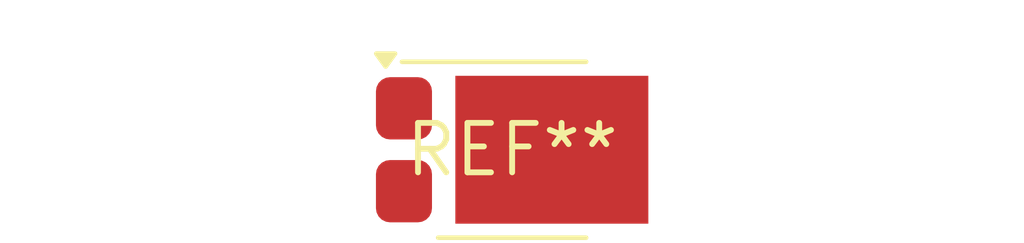
<source format=kicad_pcb>
(kicad_pcb (version 20240108) (generator pcbnew)
  (layers (0 "F.Cu" signal) (31 "B.Cu" signal) (34 "B.Paste" user) (35 "F.Paste" user) (36 "B.SilkS" user "B.Silkscreen") (37 "F.SilkS" user "F.Silkscreen") (38 "B.Mask" user) (39 "F.Mask" user) (44 "Edge.Cuts" user))
  (net 0 "")
  (footprint "Nexperia_CFP15_SOT-1289" (layer "F.Cu") (at 0 0)
    (property "Reference" "REF**")
    (property "Value" "Nexperia_CFP15_SOT-1289")
    (fp_line (start 1.9 -2.26) (end -2.83 -2.26) (layer "F.SilkS") (stroke (width 0.12)))
    (fp_line (start 1.9 2.26) (end -1.9 2.26) (layer "F.SilkS") (stroke (width 0.12)))
    (fp_poly (pts (xy -3.25 -2.14) (xy -3.01 -2.47) (xy -3.49 -2.47) (xy -3.25 -2.14)) (layer "F.SilkS") (stroke (width 0.12)) (fill solid))
    (pad "1" smd roundrect (at -2.78 -1.065 180) (size 1.44 1.6) (layers "F.Cu" "F.Paste" "F.Mask"))
    (pad "2" smd roundrect (at -2.78 1.065 180) (size 1.44 1.6) (layers "F.Cu" "F.Paste" "F.Mask"))
    (pad "3" smd rect (at 1.02 0 180) (size 4.96 3.8) (layers "F.Cu" "F.Mask"))
  )
)
</source>
